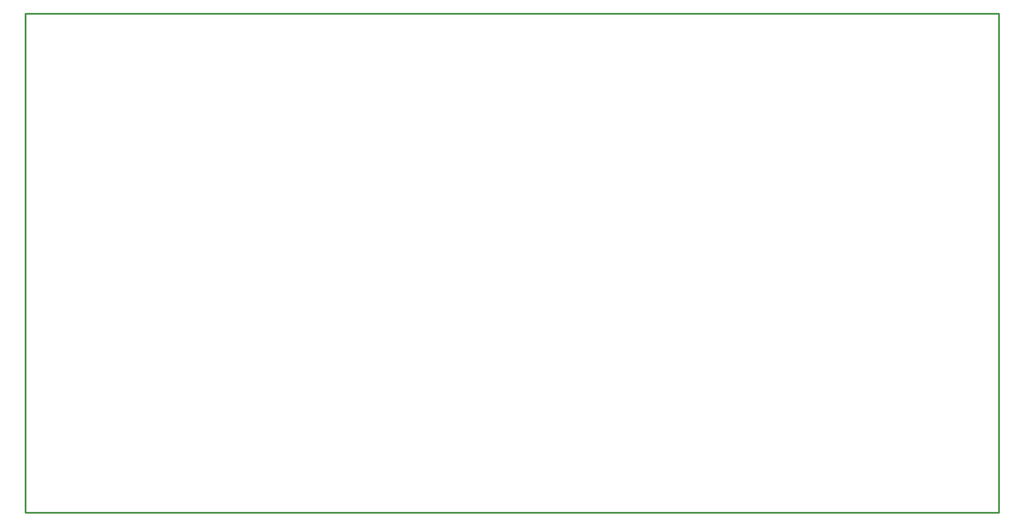
<source format=gko>
G04 Layer: BoardOutline*
G04 EasyEDA v6.4.21, 2021-08-30T13:38:49+01:00*
G04 675468226515401a9f91b2405e789893,c56e7913202049aab2d2ce8198c124d2,10*
G04 Gerber Generator version 0.2*
G04 Scale: 100 percent, Rotated: No, Reflected: No *
G04 Dimensions in millimeters *
G04 leading zeros omitted , absolute positions ,4 integer and 5 decimal *
%FSLAX45Y45*%
%MOMM*%

%ADD10C,0.2540*%
D10*
X0Y5346700D02*
G01*
X14020800Y5350002D01*
X14020800Y-1849881D01*
X0Y-1849881D01*
X0Y5350002D01*
X0Y5346700D01*

%LPD*%
M02*

</source>
